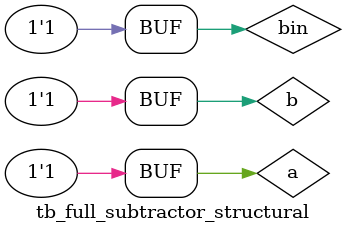
<source format=sv>
module tb_full_subtractor_structural;

logic a, b, bin;
logic d, bo;

full_subtractor_structural fss1(a, b, bin, d, bo); 

initial begin
	a = 0; b = 0; bin = 0; #10;
	bin = 1; #10;
	b = 1; bin = 0; #10;
	bin = 1; #10;
	a = 1; b = 0; bin = 0; #10;
	bin = 1; #10;
	b = 1; bin = 0; #10;
	bin = 1; #10;
	
	end
endmodule
</source>
